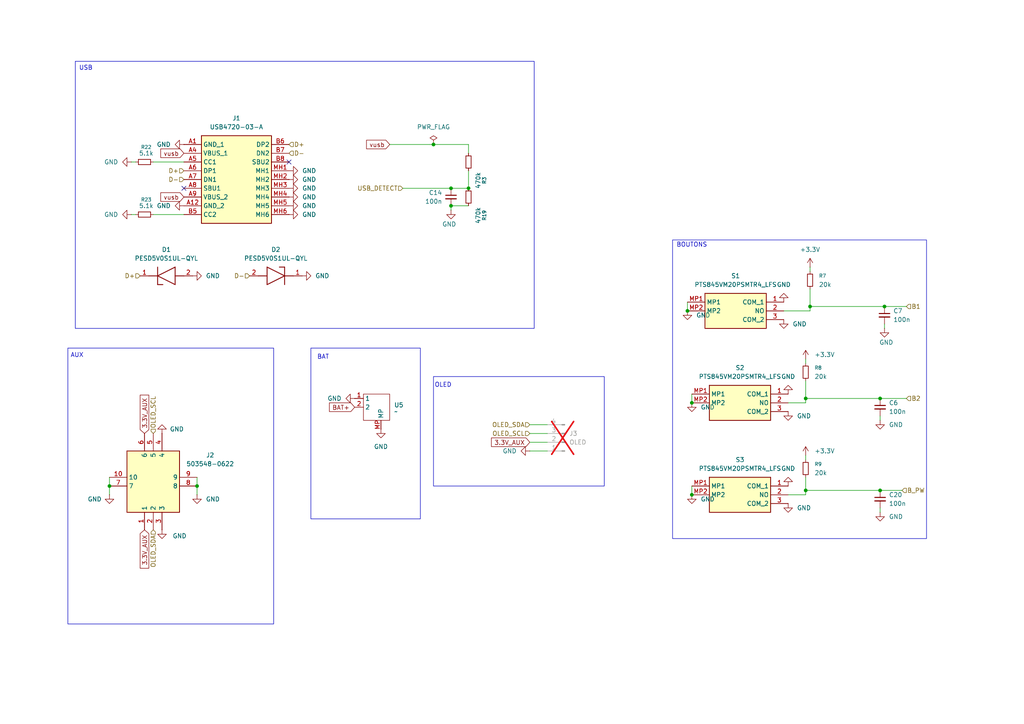
<source format=kicad_sch>
(kicad_sch (version 20250114) (generator "eeschema") (generator_version "9.0")
  (paper "A4")
  (lib_symbols
    (symbol "Connector:Conn_01x04_Pin" (pin_names (offset 1.016) (hide yes))
      (property "Reference" "J" (at 0 5.08 0))
      (property "Value" "Conn_01x04_Pin" (at 0 -7.62 0))
      (symbol "Conn_01x04_Pin_1_1"
        (rectangle (start 0.8636 2.667) (end 0 2.413) (stroke (width 0.1524)) (fill (type outline)))
        (rectangle (start 0.8636 0.127) (end 0 -0.127) (stroke (width 0.1524)) (fill (type outline)))
        (rectangle (start 0.8636 -2.413) (end 0 -2.667) (stroke (width 0.1524)) (fill (type outline)))
        (rectangle (start 0.8636 -4.953) (end 0 -5.207) (stroke (width 0.1524)) (fill (type outline)))
        (polyline (pts (xy 1.27 2.54) (xy 0.8636 2.54)) (stroke (width 0.1524)))
        (polyline (pts (xy 1.27 0) (xy 0.8636 0)) (stroke (width 0.1524)))
        (polyline (pts (xy 1.27 -2.54) (xy 0.8636 -2.54)) (stroke (width 0.1524)))
        (polyline (pts (xy 1.27 -5.08) (xy 0.8636 -5.08)) (stroke (width 0.1524)))
        (pin passive line (at 5.08 2.54 180) (length 3.81) (name "Pin_1") (number "1"))
        (pin passive line (at 5.08 0 180) (length 3.81) (name "Pin_2") (number "2"))
        (pin passive line (at 5.08 -2.54 180) (length 3.81) (name "Pin_3") (number "3"))
        (pin passive line (at 5.08 -5.08 180) (length 3.81) (name "Pin_4") (number "4"))
      )
    )
    (symbol "Device:C_Small" (pin_numbers (hide yes)) (pin_names (offset 0.254) (hide yes))
      (property "Reference" "C" (at 0.254 1.778 0))
      (property "Value" "C_Small" (at 0.254 -2.032 0))
      (symbol "C_Small_0_1"
        (polyline (pts (xy -1.524 0.508) (xy 1.524 0.508)) (stroke (width 0.3048)))
        (polyline (pts (xy -1.524 -0.508) (xy 1.524 -0.508)) (stroke (width 0.3302)))
      )
      (symbol "C_Small_1_1"
        (pin passive line (at 0 2.54 270) (length 2.032) (name "~") (number "1"))
        (pin passive line (at 0 -2.54 90) (length 2.032) (name "~") (number "2"))
      )
    )
    (symbol "R_Small_1" (pin_numbers (hide yes)) (pin_names (offset 0.254) (hide yes))
      (property "Reference" "R" (at 0 0 90))
      (property "Value" "R_Small" (at 1.778 0 90))
      (symbol "R_Small_1_0_1"
        (rectangle (start -0.762 1.778) (end 0.762 -1.778) (stroke (width 0.2032)))
      )
      (symbol "R_Small_1_1_1"
        (pin passive line (at 0 2.54 270) (length 0.762) (name "~") (number "1"))
        (pin passive line (at 0 -2.54 90) (length 0.762) (name "~") (number "2"))
      )
    )
    (symbol "fc_h7:jst_2PIN"
      (property "Reference" "U" (at 9.906 -1.524 0))
      (symbol "jst_2PIN_0_1"
        (rectangle (start 6.35 0) (end 13.97 -7.62))
      )
      (symbol "jst_2PIN_1_1"
        (pin free line (at 3.81 -1.27 0) (length 2.54) (name "1") (number "1"))
        (pin passive line (at 3.81 -3.81 0) (length 2.54) (name "2") (number "2"))
        (pin free line (at 11.43 -10.16 90) (length 2.54) (name "MP") (number "MP"))
      )
    )
    (symbol "power:+3.3V" (power) (pin_numbers (hide yes)) (pin_names (offset 0) (hide yes))
      (property "Value" "+3.3V" (at 0 3.556 0))
      (symbol "+3.3V_0_1"
        (polyline (pts (xy -0.762 1.27) (xy 0 2.54)))
        (polyline (pts (xy 0 2.54) (xy 0.762 1.27)))
        (polyline (pts (xy 0 0) (xy 0 2.54)))
      )
      (symbol "+3.3V_1_1"
        (pin power_in line (at 0 0 90) (length 0) (name "~") (number "1"))
      )
    )
    (symbol "power:GND" (power) (pin_numbers (hide yes)) (pin_names (offset 0) (hide yes))
      (property "Value" "GND" (at 0 -3.81 0))
      (symbol "GND_0_1"
        (polyline (pts (xy 0 0) (xy 0 -1.27) (xy 1.27 -1.27) (xy 0 -2.54) (xy -1.27 -1.27) (xy 0 -1.27)))
      )
      (symbol "GND_1_1"
        (pin power_in line (at 0 0 270) (length 0) (name "~") (number "1"))
      )
    )
    (symbol "power:PWR_FLAG" (power) (pin_numbers (hide yes)) (pin_names (offset 0) (hide yes))
      (property "Value" "PWR_FLAG" (at 0 3.81 0))
      (symbol "PWR_FLAG_0_0"
        (pin power_out line (at 0 0 90) (length 0) (name "~") (number "1"))
      )
      (symbol "PWR_FLAG_0_1"
        (polyline (pts (xy 0 0) (xy 0 1.27) (xy -1.016 1.905) (xy 0 2.54) (xy 1.016 1.905) (xy 0 1.27)))
      )
    )
    (symbol "pts845:PTS845VM20PSMTR4_LFS"
      (property "Reference" "S" (at 24.13 7.62 0))
      (property "Value" "PTS845VM20PSMTR4_LFS" (at 24.13 5.08 0))
      (symbol "PTS845VM20PSMTR4_LFS_1_1"
        (rectangle (start 5.08 2.54) (end 22.86 -7.62) (stroke (width 0.254)) (fill (type background)))
        (pin passive line (at 0 0 0) (length 5.08) (name "MP1") (number "MP1"))
        (pin passive line (at 0 -2.54 0) (length 5.08) (name "MP2") (number "MP2"))
        (pin passive line (at 27.94 0 180) (length 5.08) (name "COM_1") (number "1"))
        (pin passive line (at 27.94 -2.54 180) (length 5.08) (name "NO") (number "2"))
        (pin passive line (at 27.94 -5.08 180) (length 5.08) (name "COM_2") (number "3"))
      )
    )
    (symbol "samacsys2:503548-0622"
      (property "Reference" "J" (at 21.59 12.7 0))
      (property "Value" "503548-0622" (at 21.59 10.16 0))
      (symbol "503548-0622_1_1"
        (rectangle (start 5.08 7.62) (end 20.32 -10.16) (stroke (width 0.254)) (fill (type background)))
        (pin passive line (at 0 0 0) (length 5.08) (name "10") (number "10"))
        (pin passive line (at 0 -2.54 0) (length 5.08) (name "7") (number "7"))
        (pin passive line (at 10.16 12.7 270) (length 5.08) (name "6") (number "6"))
        (pin passive line (at 10.16 -15.24 90) (length 5.08) (name "1") (number "1"))
        (pin passive line (at 12.7 12.7 270) (length 5.08) (name "5") (number "5"))
        (pin passive line (at 12.7 -15.24 90) (length 5.08) (name "2") (number "2"))
        (pin passive line (at 15.24 12.7 270) (length 5.08) (name "4") (number "4"))
        (pin passive line (at 15.24 -15.24 90) (length 5.08) (name "3") (number "3"))
        (pin passive line (at 25.4 0 180) (length 5.08) (name "9") (number "9"))
        (pin passive line (at 25.4 -2.54 180) (length 5.08) (name "8") (number "8"))
      )
    )
    (symbol "samacsys2:PESD5V0S1UL-QYL" (pin_names (hide yes))
      (property "Reference" "D" (at 10.16 8.89 0))
      (property "Value" "PESD5V0S1UL-QYL" (at 10.16 6.35 0))
      (symbol "PESD5V0S1UL-QYL_1_1"
        (polyline (pts (xy 2.54 0) (xy 5.08 0)) (stroke (width 0.254)))
        (polyline (pts (xy 5.08 2.54) (xy 5.08 -2.54)) (stroke (width 0.254)))
        (polyline (pts (xy 5.08 0) (xy 10.16 2.54)) (stroke (width 0.254)))
        (polyline (pts (xy 5.08 -2.54) (xy 6.604 -2.54)) (stroke (width 0.254)))
        (polyline (pts (xy 10.16 -2.54) (xy 5.08 0)) (stroke (width 0.254)))
        (polyline (pts (xy 10.16 -2.54) (xy 10.16 2.54)) (stroke (width 0.254)))
        (polyline (pts (xy 12.7 0) (xy 10.16 0)) (stroke (width 0.254)))
        (pin passive line (at 0 0 0) (length 2.54) (name "K") (number "1"))
        (pin passive line (at 15.24 0 180) (length 2.54) (name "A") (number "2"))
      )
    )
    (symbol "samacsys2:USB4720-03-A"
      (property "Reference" "J" (at 26.67 7.62 0))
      (property "Value" "USB4720-03-A" (at 26.67 5.08 0))
      (symbol "USB4720-03-A_1_1"
        (rectangle (start 5.08 2.54) (end 25.4 -22.86) (stroke (width 0.254)) (fill (type background)))
        (pin passive line (at 0 0 0) (length 5.08) (name "GND_1") (number "A1"))
        (pin passive line (at 0 -2.54 0) (length 5.08) (name "VBUS_1") (number "A4"))
        (pin passive line (at 0 -5.08 0) (length 5.08) (name "CC1") (number "A5"))
        (pin passive line (at 0 -7.62 0) (length 5.08) (name "DP1") (number "A6"))
        (pin passive line (at 0 -10.16 0) (length 5.08) (name "DN1") (number "A7"))
        (pin passive line (at 0 -12.7 0) (length 5.08) (name "SBU1") (number "A8"))
        (pin passive line (at 0 -15.24 0) (length 5.08) (name "VBUS_2") (number "A9"))
        (pin passive line (at 0 -17.78 0) (length 5.08) (name "GND_2") (number "A12"))
        (pin passive line (at 0 -20.32 0) (length 5.08) (name "CC2") (number "B5"))
        (pin passive line (at 30.48 0 180) (length 5.08) (name "DP2") (number "B6"))
        (pin passive line (at 30.48 -2.54 180) (length 5.08) (name "DN2") (number "B7"))
        (pin passive line (at 30.48 -5.08 180) (length 5.08) (name "SBU2") (number "B8"))
        (pin passive line (at 30.48 -7.62 180) (length 5.08) (name "MH1") (number "MH1"))
        (pin passive line (at 30.48 -10.16 180) (length 5.08) (name "MH2") (number "MH2"))
        (pin passive line (at 30.48 -12.7 180) (length 5.08) (name "MH3") (number "MH3"))
        (pin passive line (at 30.48 -15.24 180) (length 5.08) (name "MH4") (number "MH4"))
        (pin passive line (at 30.48 -17.78 180) (length 5.08) (name "MH5") (number "MH5"))
        (pin passive line (at 30.48 -20.32 180) (length 5.08) (name "MH6") (number "MH6"))
      )
    )
  )
  (rectangle (start 19.685 100.965) (end 79.375 180.975))
  (rectangle (start 195.072 69.596) (end 268.732 156.21))
  (rectangle (start 125.73 109.22) (end 175.26 140.97))
  (rectangle (start 21.844 17.78) (end 154.94 95.25))
  (rectangle (start 90.17 100.965) (end 121.92 150.495))
  (text "AUX\n" (at 22.352 103.124 0) (effects (font (size 1.27 1.27))))
  (text "BOUTONS" (at 200.66 71.12 0) (effects (font (size 1.27 1.27))))
  (text "USB" (at 24.892 19.812 0) (effects (font (size 1.27 1.27))))
  (text "OLED" (at 128.524 111.76 0) (effects (font (size 1.27 1.27))))
  (text "BAT\n" (at 93.726 103.632 0) (effects (font (size 1.27 1.27))))
  (junction (at 199.39 90.17))
  (junction (at 135.89 54.61))
  (junction (at 234.95 88.9))
  (junction (at 200.66 116.84))
  (junction (at 255.27 142.24))
  (junction (at 130.81 54.61))
  (junction (at 57.15 140.97))
  (junction (at 200.66 143.51))
  (junction (at 255.27 115.57))
  (junction (at 130.81 59.69))
  (junction (at 256.54 88.9))
  (junction (at 31.75 140.97))
  (junction (at 125.73 41.91))
  (junction (at 233.68 142.24))
  (junction (at 233.68 115.57))
  (no_connect (at 53.34 54.61))
  (no_connect (at 83.82 46.99))
  (wire (pts (xy 153.67 123.19) (xy 158.75 123.19)))
  (wire (pts (xy 256.54 93.98) (xy 256.54 95.25)))
  (wire (pts (xy 255.27 115.57) (xy 262.89 115.57)))
  (wire (pts (xy 234.95 78.74) (xy 234.95 77.47)))
  (wire (pts (xy 153.67 125.73) (xy 158.75 125.73)))
  (wire (pts (xy 125.73 41.91) (xy 113.03 41.91)))
  (wire (pts (xy 199.39 87.63) (xy 199.39 90.17)))
  (wire (pts (xy 234.95 88.9) (xy 256.54 88.9)))
  (wire (pts (xy 57.15 140.97) (xy 57.15 143.51)))
  (wire (pts (xy 44.45 62.23) (xy 53.34 62.23)))
  (wire (pts (xy 255.27 142.24) (xy 261.62 142.24)))
  (wire (pts (xy 130.81 54.61) (xy 116.84 54.61)))
  (wire (pts (xy 39.37 46.99) (xy 38.1 46.99)))
  (wire (pts (xy 233.68 138.43) (xy 233.68 142.24)))
  (wire (pts (xy 233.68 115.57) (xy 233.68 116.84)))
  (wire (pts (xy 233.68 110.49) (xy 233.68 115.57)))
  (wire (pts (xy 135.89 49.53) (xy 135.89 54.61)))
  (wire (pts (xy 200.66 114.3) (xy 200.66 116.84)))
  (wire (pts (xy 135.89 59.69) (xy 130.81 59.69)))
  (wire (pts (xy 233.68 142.24) (xy 233.68 143.51)))
  (wire (pts (xy 255.27 120.65) (xy 255.27 121.92)))
  (wire (pts (xy 255.27 147.32) (xy 255.27 148.59)))
  (wire (pts (xy 234.95 83.82) (xy 234.95 88.9)))
  (wire (pts (xy 233.68 105.41) (xy 233.68 104.14)))
  (wire (pts (xy 130.81 59.69) (xy 130.81 60.96)))
  (wire (pts (xy 234.95 90.17) (xy 234.95 88.9)))
  (wire (pts (xy 57.15 138.43) (xy 57.15 140.97)))
  (wire (pts (xy 153.67 130.81) (xy 158.75 130.81)))
  (wire (pts (xy 233.68 133.35) (xy 233.68 132.08)))
  (wire (pts (xy 153.67 128.27) (xy 158.75 128.27)))
  (wire (pts (xy 228.6 143.51) (xy 233.68 143.51)))
  (wire (pts (xy 256.54 88.9) (xy 262.89 88.9)))
  (wire (pts (xy 200.66 140.97) (xy 200.66 143.51)))
  (wire (pts (xy 44.45 46.99) (xy 53.34 46.99)))
  (wire (pts (xy 233.68 115.57) (xy 255.27 115.57)))
  (wire (pts (xy 31.75 143.51) (xy 31.75 140.97)))
  (wire (pts (xy 135.89 54.61) (xy 130.81 54.61)))
  (wire (pts (xy 39.37 62.23) (xy 38.1 62.23)))
  (wire (pts (xy 135.89 41.91) (xy 125.73 41.91)))
  (wire (pts (xy 233.68 142.24) (xy 255.27 142.24)))
  (wire (pts (xy 227.33 90.17) (xy 234.95 90.17)))
  (wire (pts (xy 228.6 116.84) (xy 233.68 116.84)))
  (wire (pts (xy 135.89 44.45) (xy 135.89 41.91)))
  (wire (pts (xy 31.75 140.97) (xy 31.75 138.43)))
  (global_label "3.3V_AUX" (shape input) (at 41.91 153.67 270) (property "Intersheetrefs" "${INTERSHEET_REFS}" (effects (hide yes))))
  (global_label "vusb" (shape input) (at 53.34 57.15 180) (property "Intersheetrefs" "${INTERSHEET_REFS}" (effects (hide yes))))
  (global_label "vusb" (shape input) (at 113.03 41.91 180) (property "Intersheetrefs" "${INTERSHEET_REFS}" (effects (hide yes))))
  (global_label "3.3V_AUX" (shape input) (at 41.91 125.73 90) (property "Intersheetrefs" "${INTERSHEET_REFS}" (effects (hide yes))))
  (global_label "BAT+" (shape input) (at 102.87 118.11 180) (property "Intersheetrefs" "${INTERSHEET_REFS}" (effects (hide yes))))
  (global_label "vusb" (shape input) (at 53.34 44.45 180) (property "Intersheetrefs" "${INTERSHEET_REFS}" (effects (hide yes))))
  (global_label "3.3V_AUX" (shape input) (at 153.67 128.27 180) (property "Intersheetrefs" "${INTERSHEET_REFS}" (effects (hide yes))))
  (hierarchical_label "B_PW" (shape input) (at 261.62 142.24 0))
  (hierarchical_label "OLED_SDA" (shape input) (at 44.45 153.67 270))
  (hierarchical_label "OLED_SCL" (shape input) (at 44.45 125.73 90))
  (hierarchical_label "D-" (shape input) (at 83.82 44.45 0))
  (hierarchical_label "D+" (shape input) (at 40.64 80.01 180))
  (hierarchical_label "B1" (shape input) (at 262.89 88.9 0))
  (hierarchical_label "D+" (shape input) (at 83.82 41.91 0))
  (hierarchical_label "B2" (shape input) (at 262.89 115.57 0))
  (hierarchical_label "D-" (shape input) (at 72.39 80.01 180))
  (hierarchical_label "D-" (shape input) (at 53.34 52.07 180))
  (hierarchical_label "USB_DETECT" (shape input) (at 116.84 54.61 180))
  (hierarchical_label "D+" (shape input) (at 53.34 49.53 180))
  (hierarchical_label "OLED_SDA" (shape input) (at 153.67 123.19 180))
  (hierarchical_label "OLED_SCL" (shape input) (at 153.67 125.73 180))
  (symbol (lib_id "power:GND") (at 83.82 57.15 90) (mirror x) (unit 1)
    (property "Reference" "#PWR051" (effects (hide yes)))
    (property "Value" "GND" (at 87.63 57.1499 90) (effects (justify right)))
    (property "Description" "Power symbol creates a global label with name \"GND\" , ground" (effects (hide yes)))
  )
  (symbol (lib_id "pts845:PTS845VM20PSMTR4_LFS") (at 200.66 114.3 0) (unit 1)
    (property "Reference" "S2" (at 214.63 106.68 0))
    (property "Value" "PTS845VM20PSMTR4_LFS" (at 214.63 109.22 0))
    (property "Footprint" "samacsys:PTS845VM20PSMTR4LFS" (effects (hide yes)))
    (property "Datasheet" "https://www.ckswitches.com/media/3009/pts845.pdf" (effects (hide yes)))
    (property "Description" "Tactile Switches 50mA 12VDC, 80gf, Grey Actuator" (effects (hide yes)))
    (property "Height" "3.3" (effects (hide yes)))
    (property "Manufacturer_Name" "C & K COMPONENTS" (effects (hide yes)))
    (property "Manufacturer_Part_Number" "PTS845VM20PSMTR4 LFS" (effects (hide yes)))
    (property "Mouser Part Number" "611-PTS845VM20PSMTR4" (effects (hide yes)))
    (property "Mouser Price/Stock" "https://www.mouser.co.uk/ProductDetail/CK/PTS845VM20PSMTR4-LFS?qs=81r%252BiQLm7BQxQDX8di0zbw%3D%3D" (effects (hide yes)))
    (property "Arrow Part Number" "PTS845VM20PSMTR4 LFS" (effects (hide yes)))
    (property "Arrow Price/Stock" "https://www.arrow.com/en/products/pts845vm20psmtr4lfs/ck?region=nac" (effects (hide yes)))
  )
  (symbol (lib_id "power:GND") (at 227.33 92.71 0) (unit 1)
    (property "Reference" "#PWR058" (effects (hide yes)))
    (property "Value" "GND" (at 229.87 93.9799 0) (effects (justify left)))
    (property "Description" "Power symbol creates a global label with name \"GND\" , ground" (effects (hide yes)))
  )
  (symbol (lib_id "power:GND") (at 53.34 59.69 270) (unit 1)
    (property "Reference" "#PWR043" (effects (hide yes)))
    (property "Value" "GND" (at 49.53 59.6899 90) (effects (justify right)))
    (property "Description" "Power symbol creates a global label with name \"GND\" , ground" (effects (hide yes)))
  )
  (symbol (lib_name "R_Small_1") (lib_id "Device:R_Small") (at 135.89 46.99 0) (mirror x) (unit 1)
    (property "Reference" "R3" (at 140.462 52.324 90) (effects (font (size 1.016 1.016))))
    (property "Value" "470k" (at 138.684 52.324 90))
    (property "Footprint" "Resistor_SMD:R_0201_0603Metric_Pad0.64x0.40mm_HandSolder" (effects (hide yes)))
    (property "Description" "Resistor, small symbol" (effects (hide yes)))
    (property "Mouser Part Number" "603-AC0201FR-07470KL" (effects (hide yes)))
    (property "Mouser Price/Stock" "https://www.mouser.fr/ProductDetail/YAGEO/AC0201FR-07470KL?qs=NgbZBzc1CyH0J6cte9SzFw%3D%3D" (effects (hide yes)))
  )
  (symbol (lib_id "power:GND") (at 200.66 143.51 0) (unit 1)
    (property "Reference" "#PWR07" (effects (hide yes)))
    (property "Value" "GND" (at 203.2 144.7799 0) (effects (justify left)))
    (property "Description" "Power symbol creates a global label with name \"GND\" , ground" (effects (hide yes)))
  )
  (symbol (lib_name "R_Small_1") (lib_id "Device:R_Small") (at 233.68 107.95 180) (unit 1)
    (property "Reference" "R8" (at 236.22 106.6799 0) (effects (font (size 1.016 1.016)) (justify right)))
    (property "Value" "20k" (at 236.22 109.2199 0) (effects (justify right)))
    (property "Footprint" "Resistor_SMD:R_0201_0603Metric_Pad0.64x0.40mm_HandSolder" (effects (hide yes)))
    (property "Description" "Resistor, small symbol" (effects (hide yes)))
    (property "Mouser Part Number" "603-AC0201FR-0720KL" (effects (hide yes)))
    (property "Mouser Price/Stock" "https://www.mouser.fr/ProductDetail/YAGEO/AC0201FR-0720KL?qs=NgbZBzc1CyEbaKDOC3%252BFfg%3D%3D" (effects (hide yes)))
  )
  (symbol (lib_id "Device:C_Small") (at 256.54 91.44 0) (unit 1)
    (property "Reference" "C7" (at 259.08 90.1762 0) (effects (justify left)))
    (property "Value" "100n" (at 259.08 92.7162 0) (effects (justify left)))
    (property "Footprint" "Capacitor_SMD:C_0201_0603Metric_Pad0.64x0.40mm_HandSolder" (effects (hide yes)))
    (property "Description" "Unpolarized capacitor, small symbol" (effects (hide yes)))
  )
  (symbol (lib_name "R_Small_1") (lib_id "Device:R_Small") (at 233.68 135.89 180) (unit 1)
    (property "Reference" "R9" (at 236.22 134.6199 0) (effects (font (size 1.016 1.016)) (justify right)))
    (property "Value" "20k" (at 236.22 137.1599 0) (effects (justify right)))
    (property "Footprint" "Resistor_SMD:R_0201_0603Metric_Pad0.64x0.40mm_HandSolder" (effects (hide yes)))
    (property "Description" "Resistor, small symbol" (effects (hide yes)))
    (property "Mouser Part Number" "603-AC0201FR-0720KL" (effects (hide yes)))
    (property "Mouser Price/Stock" "https://www.mouser.fr/ProductDetail/YAGEO/AC0201FR-0720KL?qs=NgbZBzc1CyEbaKDOC3%252BFfg%3D%3D" (effects (hide yes)))
  )
  (symbol (lib_id "power:GND") (at 83.82 52.07 90) (mirror x) (unit 1)
    (property "Reference" "#PWR045" (effects (hide yes)))
    (property "Value" "GND" (at 87.63 52.0699 90) (effects (justify right)))
    (property "Description" "Power symbol creates a global label with name \"GND\" , ground" (effects (hide yes)))
  )
  (symbol (lib_id "Device:C_Small") (at 130.81 57.15 0) (mirror y) (unit 1)
    (property "Reference" "C14" (at 128.27 55.8862 0) (effects (justify left)))
    (property "Value" "100n" (at 128.27 58.4262 0) (effects (justify left)))
    (property "Footprint" "Capacitor_SMD:C_0201_0603Metric_Pad0.64x0.40mm_HandSolder" (effects (hide yes)))
    (property "Description" "Unpolarized capacitor, small symbol" (effects (hide yes)))
  )
  (symbol (lib_id "samacsys2:USB4720-03-A") (at 53.34 41.91 0) (unit 1)
    (property "Reference" "J1" (at 68.58 34.29 0))
    (property "Value" "USB4720-03-A" (at 68.58 36.83 0))
    (property "Footprint" "samacsys2:USB472003A" (effects (hide yes)))
    (property "Datasheet" "https://www.gct.co/files/drawings/USB4720.pdf" (effects (hide yes)))
    (property "Description" "USB Connectors USB2.0 TypeC Recpt., 3u Gold, 16P Horz Mid Mount SMT, 1.13mm O-set, IP67" (effects (hide yes)))
    (property "Height" "3.9" (effects (hide yes)))
    (property "Manufacturer_Name" "GCT (GLOBAL CONNECTOR TECHNOLOGY)" (effects (hide yes)))
    (property "Manufacturer_Part_Number" "USB4720-03-A" (effects (hide yes)))
    (property "Mouser Part Number" "640-USB472003A" (effects (hide yes)))
    (property "Mouser Price/Stock" "https://www.mouser.co.uk/ProductDetail/GCT/USB4720-03-A?qs=Z%252BL2brAPG1IK%252BbxHmYg8zQ%3D%3D" (effects (hide yes)))
  )
  (symbol (lib_id "power:GND") (at 87.63 80.01 90) (mirror x) (unit 1)
    (property "Reference" "#PWR021" (effects (hide yes)))
    (property "Value" "GND" (at 91.44 80.0099 90) (effects (justify right)))
    (property "Description" "Power symbol creates a global label with name \"GND\" , ground" (effects (hide yes)))
  )
  (symbol (lib_id "power:+3.3V") (at 233.68 132.08 0) (unit 1)
    (property "Reference" "#PWR049" (effects (hide yes)))
    (property "Value" "+3.3V" (at 236.22 130.8099 0) (effects (justify left)))
    (property "Description" "Power symbol creates a global label with name \"+3.3V\"" (effects (hide yes)))
  )
  (symbol (lib_id "power:GND") (at 228.6 146.05 0) (unit 1)
    (property "Reference" "#PWR010" (effects (hide yes)))
    (property "Value" "GND" (at 231.14 147.3199 0) (effects (justify left)))
    (property "Description" "Power symbol creates a global label with name \"GND\" , ground" (effects (hide yes)))
  )
  (symbol (lib_id "power:GND") (at 227.33 87.63 180) (unit 1)
    (property "Reference" "#PWR059" (effects (hide yes)))
    (property "Value" "GND" (at 227.33 82.55 0))
    (property "Description" "Power symbol creates a global label with name \"GND\" , ground" (effects (hide yes)))
  )
  (symbol (lib_id "power:GND") (at 255.27 148.59 0) (unit 1)
    (property "Reference" "#PWR050" (effects (hide yes)))
    (property "Value" "GND" (at 257.81 149.8599 0) (effects (justify left)))
    (property "Description" "Power symbol creates a global label with name \"GND\" , ground" (effects (hide yes)))
  )
  (symbol (lib_name "R_Small_1") (lib_id "Device:R_Small") (at 234.95 81.28 180) (unit 1)
    (property "Reference" "R7" (at 237.49 80.0099 0) (effects (font (size 1.016 1.016)) (justify right)))
    (property "Value" "20k" (at 237.49 82.5499 0) (effects (justify right)))
    (property "Footprint" "Resistor_SMD:R_0201_0603Metric_Pad0.64x0.40mm_HandSolder" (effects (hide yes)))
    (property "Description" "Resistor, small symbol" (effects (hide yes)))
    (property "Mouser Part Number" "603-AC0201FR-0720KL" (effects (hide yes)))
    (property "Mouser Price/Stock" "https://www.mouser.fr/ProductDetail/YAGEO/AC0201FR-0720KL?qs=NgbZBzc1CyEbaKDOC3%252BFfg%3D%3D" (effects (hide yes)))
  )
  (symbol (lib_name "R_Small_1") (lib_id "Device:R_Small") (at 41.91 46.99 270) (mirror x) (unit 1)
    (property "Reference" "R22" (at 42.418 42.672 90) (effects (font (size 1.016 1.016))))
    (property "Value" "5.1k" (at 42.418 44.45 90))
    (property "Footprint" "Resistor_SMD:R_0201_0603Metric_Pad0.64x0.40mm_HandSolder" (effects (hide yes)))
    (property "Description" "Resistor, small symbol" (effects (hide yes)))
    (property "Mouser Part Number" "603-AF0201FR-075K1L" (effects (hide yes)))
    (property "Mouser Price/Stock" "https://www.mouser.fr/ProductDetail/YAGEO/AF0201FR-075K1L?qs=tggtontpCXOBTGA3imPYYA%3D%3D" (effects (hide yes)))
  )
  (symbol (lib_id "power:GND") (at 199.39 90.17 0) (unit 1)
    (property "Reference" "#PWR060" (effects (hide yes)))
    (property "Value" "GND" (at 201.93 91.4399 0) (effects (justify left)))
    (property "Description" "Power symbol creates a global label with name \"GND\" , ground" (effects (hide yes)))
  )
  (symbol (lib_id "power:+3.3V") (at 234.95 77.47 0) (unit 1)
    (property "Reference" "#PWR013" (effects (hide yes)))
    (property "Value" "+3.3V" (at 234.95 72.39 0))
    (property "Description" "Power symbol creates a global label with name \"+3.3V\"" (effects (hide yes)))
  )
  (symbol (lib_id "power:GND") (at 83.82 59.69 90) (mirror x) (unit 1)
    (property "Reference" "#PWR052" (effects (hide yes)))
    (property "Value" "GND" (at 87.63 59.6899 90) (effects (justify right)))
    (property "Description" "Power symbol creates a global label with name \"GND\" , ground" (effects (hide yes)))
  )
  (symbol (lib_id "samacsys2:PESD5V0S1UL-QYL") (at 87.63 80.01 180) (unit 1)
    (property "Reference" "D2" (at 80.01 72.39 0))
    (property "Value" "PESD5V0S1UL-QYL" (at 80.01 74.93 0))
    (property "Footprint" "samacsys2:PESD5V0S1ULQYL" (effects (hide yes)))
    (property "Datasheet" "https://www.digikey.com/en/products/detail/nexperia-usa-inc/PESD5V0S1UL-QYL/17748204?msockid=3bdc366bbe0663d83c1223c0bf3662a6" (effects (hide yes)))
    (property "Description" "20V Clamp 15A (8/20s) Ipp Tvs Diode Surface Mount DFN1006-2" (effects (hide yes)))
    (property "Height" "0.5" (effects (hide yes)))
    (property "Manufacturer_Name" "Nexperia" (effects (hide yes)))
    (property "Manufacturer_Part_Number" "PESD5V0S1UL-QYL" (effects (hide yes)))
    (property "Mouser Part Number" "771-PESD5V0S1UL-QYL" (effects (hide yes)))
    (property "Mouser Price/Stock" "https://www.mouser.co.uk/ProductDetail/Nexperia/PESD5V0S1UL-QYL?qs=rQFj71Wb1eWaKKPWHDNuZA%3D%3D" (effects (hide yes)))
    (property "Arrow Part Number" "PESD5V0S1UL-QYL" (effects (hide yes)))
    (property "Arrow Price/Stock" "https://www.arrow.com/en/products/pesd5v0s1ul-qyl/nexperia?utm_currency=USD&region=nac" (effects (hide yes)))
  )
  (symbol (lib_id "Device:C_Small") (at 255.27 144.78 0) (unit 1)
    (property "Reference" "C20" (at 257.81 143.5162 0) (effects (justify left)))
    (property "Value" "100n" (at 257.81 146.0562 0) (effects (justify left)))
    (property "Footprint" "Capacitor_SMD:C_0201_0603Metric_Pad0.64x0.40mm_HandSolder" (effects (hide yes)))
    (property "Description" "Unpolarized capacitor, small symbol" (effects (hide yes)))
  )
  (symbol (lib_id "power:GND") (at 228.6 114.3 180) (unit 1)
    (property "Reference" "#PWR057" (effects (hide yes)))
    (property "Value" "GND" (at 228.6 109.22 0))
    (property "Description" "Power symbol creates a global label with name \"GND\" , ground" (effects (hide yes)))
  )
  (symbol (lib_id "power:PWR_FLAG") (at 125.73 41.91 0) (unit 1)
    (property "Reference" "#FLG04" (effects (hide yes)))
    (property "Value" "PWR_FLAG" (at 125.73 36.83 0))
    (property "Description" "Special symbol for telling ERC where power comes from" (effects (hide yes)))
  )
  (symbol (lib_id "power:GND") (at 228.6 119.38 0) (unit 1)
    (property "Reference" "#PWR055" (effects (hide yes)))
    (property "Value" "GND" (at 231.14 120.6499 0) (effects (justify left)))
    (property "Description" "Power symbol creates a global label with name \"GND\" , ground" (effects (hide yes)))
  )
  (symbol (lib_id "samacsys2:PESD5V0S1UL-QYL") (at 40.64 80.01 0) (unit 1)
    (property "Reference" "D1" (at 48.26 72.39 0))
    (property "Value" "PESD5V0S1UL-QYL" (at 48.26 74.93 0))
    (property "Footprint" "samacsys2:PESD5V0S1ULQYL" (effects (hide yes)))
    (property "Datasheet" "https://www.digikey.com/en/products/detail/nexperia-usa-inc/PESD5V0S1UL-QYL/17748204?msockid=3bdc366bbe0663d83c1223c0bf3662a6" (effects (hide yes)))
    (property "Description" "20V Clamp 15A (8/20s) Ipp Tvs Diode Surface Mount DFN1006-2" (effects (hide yes)))
    (property "Height" "0.5" (effects (hide yes)))
    (property "Manufacturer_Name" "Nexperia" (effects (hide yes)))
    (property "Manufacturer_Part_Number" "PESD5V0S1UL-QYL" (effects (hide yes)))
    (property "Mouser Part Number" "771-PESD5V0S1UL-QYL" (effects (hide yes)))
    (property "Mouser Price/Stock" "https://www.mouser.co.uk/ProductDetail/Nexperia/PESD5V0S1UL-QYL?qs=rQFj71Wb1eWaKKPWHDNuZA%3D%3D" (effects (hide yes)))
    (property "Arrow Part Number" "PESD5V0S1UL-QYL" (effects (hide yes)))
    (property "Arrow Price/Stock" "https://www.arrow.com/en/products/pesd5v0s1ul-qyl/nexperia?utm_currency=USD&region=nac" (effects (hide yes)))
  )
  (symbol (lib_id "power:GND") (at 256.54 95.25 0) (unit 1)
    (property "Reference" "#PWR012" (effects (hide yes)))
    (property "Value" "GND" (at 255.016 99.314 0) (effects (justify left)))
    (property "Description" "Power symbol creates a global label with name \"GND\" , ground" (effects (hide yes)))
  )
  (symbol (lib_id "pts845:PTS845VM20PSMTR4_LFS") (at 199.39 87.63 0) (unit 1)
    (property "Reference" "S1" (at 213.36 80.01 0))
    (property "Value" "PTS845VM20PSMTR4_LFS" (at 213.36 82.55 0))
    (property "Footprint" "samacsys:PTS845VM20PSMTR4LFS" (effects (hide yes)))
    (property "Datasheet" "https://www.ckswitches.com/media/3009/pts845.pdf" (effects (hide yes)))
    (property "Description" "Tactile Switches 50mA 12VDC, 80gf, Grey Actuator" (effects (hide yes)))
    (property "Height" "3.3" (effects (hide yes)))
    (property "Manufacturer_Name" "C & K COMPONENTS" (effects (hide yes)))
    (property "Manufacturer_Part_Number" "PTS845VM20PSMTR4 LFS" (effects (hide yes)))
    (property "Mouser Part Number" "611-PTS845VM20PSMTR4" (effects (hide yes)))
    (property "Mouser Price/Stock" "https://www.mouser.co.uk/ProductDetail/CK/PTS845VM20PSMTR4-LFS?qs=81r%252BiQLm7BQxQDX8di0zbw%3D%3D" (effects (hide yes)))
    (property "Arrow Part Number" "PTS845VM20PSMTR4 LFS" (effects (hide yes)))
    (property "Arrow Price/Stock" "https://www.arrow.com/en/products/pts845vm20psmtr4lfs/ck?region=nac" (effects (hide yes)))
  )
  (symbol (lib_id "power:GND") (at 57.15 143.51 0) (unit 1)
    (property "Reference" "#PWR036" (effects (hide yes)))
    (property "Value" "GND" (at 59.69 144.7799 0) (effects (justify left)))
    (property "Description" "Power symbol creates a global label with name \"GND\" , ground" (effects (hide yes)))
  )
  (symbol (lib_id "power:GND") (at 200.66 116.84 0) (unit 1)
    (property "Reference" "#PWR056" (effects (hide yes)))
    (property "Value" "GND" (at 203.2 118.1099 0) (effects (justify left)))
    (property "Description" "Power symbol creates a global label with name \"GND\" , ground" (effects (hide yes)))
  )
  (symbol (lib_name "R_Small_1") (lib_id "Device:R_Small") (at 135.89 57.15 0) (mirror x) (unit 1)
    (property "Reference" "R19" (at 140.462 62.484 90) (effects (font (size 1.016 1.016))))
    (property "Value" "470k" (at 138.684 62.484 90))
    (property "Footprint" "Resistor_SMD:R_0201_0603Metric_Pad0.64x0.40mm_HandSolder" (effects (hide yes)))
    (property "Description" "Resistor, small symbol" (effects (hide yes)))
    (property "Mouser Part Number" "603-AC0201FR-07470KL" (effects (hide yes)))
    (property "Mouser Price/Stock" "https://www.mouser.fr/ProductDetail/YAGEO/AC0201FR-07470KL?qs=NgbZBzc1CyH0J6cte9SzFw%3D%3D" (effects (hide yes)))
  )
  (symbol (lib_id "pts845:PTS845VM20PSMTR4_LFS") (at 200.66 140.97 0) (unit 1)
    (property "Reference" "S3" (at 214.63 133.35 0))
    (property "Value" "PTS845VM20PSMTR4_LFS" (at 214.63 135.89 0))
    (property "Footprint" "samacsys2:PTS845VM20PSMTR4LFS" (effects (hide yes)))
    (property "Datasheet" "https://www.ckswitches.com/media/3009/pts845.pdf" (effects (hide yes)))
    (property "Description" "Tactile Switches 50mA 12VDC, 80gf, Grey Actuator" (effects (hide yes)))
    (property "Height" "3.3" (effects (hide yes)))
    (property "Manufacturer_Name" "C & K COMPONENTS" (effects (hide yes)))
    (property "Manufacturer_Part_Number" "PTS845VM20PSMTR4 LFS" (effects (hide yes)))
    (property "Mouser Part Number" "611-PTS845VM20PSMTR4" (effects (hide yes)))
    (property "Mouser Price/Stock" "https://www.mouser.co.uk/ProductDetail/CK/PTS845VM20PSMTR4-LFS?qs=81r%252BiQLm7BQxQDX8di0zbw%3D%3D" (effects (hide yes)))
    (property "Arrow Part Number" "PTS845VM20PSMTR4 LFS" (effects (hide yes)))
    (property "Arrow Price/Stock" "https://www.arrow.com/en/products/pts845vm20psmtr4lfs/ck?region=nac" (effects (hide yes)))
  )
  (symbol (lib_id "power:GND") (at 130.81 60.96 0) (mirror y) (unit 1)
    (property "Reference" "#PWR048" (effects (hide yes)))
    (property "Value" "GND" (at 132.334 65.024 0) (effects (justify left)))
    (property "Description" "Power symbol creates a global label with name \"GND\" , ground" (effects (hide yes)))
  )
  (symbol (lib_id "power:GND") (at 53.34 41.91 270) (unit 1)
    (property "Reference" "#PWR042" (effects (hide yes)))
    (property "Value" "GND" (at 49.53 41.9099 90) (effects (justify right)))
    (property "Description" "Power symbol creates a global label with name \"GND\" , ground" (effects (hide yes)))
  )
  (symbol (lib_id "power:GND") (at 31.75 143.51 0) (unit 1)
    (property "Reference" "#PWR065" (effects (hide yes)))
    (property "Value" "GND" (at 25.4 144.78 0) (effects (justify left)))
    (property "Description" "Power symbol creates a global label with name \"GND\" , ground" (effects (hide yes)))
  )
  (symbol (lib_name "R_Small_1") (lib_id "Device:R_Small") (at 41.91 62.23 270) (mirror x) (unit 1)
    (property "Reference" "R23" (at 42.418 57.912 90) (effects (font (size 1.016 1.016))))
    (property "Value" "5.1k" (at 42.418 59.69 90))
    (property "Footprint" "Resistor_SMD:R_0201_0603Metric_Pad0.64x0.40mm_HandSolder" (effects (hide yes)))
    (property "Description" "Resistor, small symbol" (effects (hide yes)))
    (property "Mouser Part Number" "603-AF0201FR-075K1L" (effects (hide yes)))
    (property "Mouser Price/Stock" "https://www.mouser.fr/ProductDetail/YAGEO/AF0201FR-075K1L?qs=tggtontpCXOBTGA3imPYYA%3D%3D" (effects (hide yes)))
  )
  (symbol (lib_id "power:GND") (at 228.6 140.97 180) (unit 1)
    (property "Reference" "#PWR09" (effects (hide yes)))
    (property "Value" "GND" (at 228.6 135.89 0))
    (property "Description" "Power symbol creates a global label with name \"GND\" , ground" (effects (hide yes)))
  )
  (symbol (lib_id "power:GND") (at 83.82 62.23 90) (mirror x) (unit 1)
    (property "Reference" "#PWR053" (effects (hide yes)))
    (property "Value" "GND" (at 87.63 62.2299 90) (effects (justify right)))
    (property "Description" "Power symbol creates a global label with name \"GND\" , ground" (effects (hide yes)))
  )
  (symbol (lib_id "power:GND") (at 83.82 54.61 90) (mirror x) (unit 1)
    (property "Reference" "#PWR046" (effects (hide yes)))
    (property "Value" "GND" (at 87.63 54.6099 90) (effects (justify right)))
    (property "Description" "Power symbol creates a global label with name \"GND\" , ground" (effects (hide yes)))
  )
  (symbol (lib_id "power:GND") (at 102.87 115.57 270) (unit 1)
    (property "Reference" "#PWR016" (effects (hide yes)))
    (property "Value" "GND" (at 99.06 115.5699 90) (effects (justify right)))
    (property "Description" "Power symbol creates a global label with name \"GND\" , ground" (effects (hide yes)))
  )
  (symbol (lib_id "power:GND") (at 83.82 49.53 90) (mirror x) (unit 1)
    (property "Reference" "#PWR044" (effects (hide yes)))
    (property "Value" "GND" (at 87.63 49.5299 90) (effects (justify right)))
    (property "Description" "Power symbol creates a global label with name \"GND\" , ground" (effects (hide yes)))
  )
  (symbol (lib_id "power:GND") (at 55.88 80.01 90) (mirror x) (unit 1)
    (property "Reference" "#PWR019" (effects (hide yes)))
    (property "Value" "GND" (at 59.69 80.0099 90) (effects (justify right)))
    (property "Description" "Power symbol creates a global label with name \"GND\" , ground" (effects (hide yes)))
  )
  (symbol (lib_id "power:GND") (at 255.27 121.92 0) (unit 1)
    (property "Reference" "#PWR015" (effects (hide yes)))
    (property "Value" "GND" (at 257.81 123.1899 0) (effects (justify left)))
    (property "Description" "Power symbol creates a global label with name \"GND\" , ground" (effects (hide yes)))
  )
  (symbol (lib_id "Device:C_Small") (at 255.27 118.11 0) (unit 1)
    (property "Reference" "C6" (at 257.81 116.8462 0) (effects (justify left)))
    (property "Value" "100n" (at 257.81 119.3862 0) (effects (justify left)))
    (property "Footprint" "Capacitor_SMD:C_0201_0603Metric_Pad0.64x0.40mm_HandSolder" (effects (hide yes)))
    (property "Description" "Unpolarized capacitor, small symbol" (effects (hide yes)))
  )
  (symbol (lib_id "power:GND") (at 110.49 124.46 0) (unit 1)
    (property "Reference" "#PWR037" (effects (hide yes)))
    (property "Value" "GND" (at 110.49 129.54 0))
    (property "Description" "Power symbol creates a global label with name \"GND\" , ground" (effects (hide yes)))
  )
  (symbol (lib_id "Connector:Conn_01x04_Pin") (at 163.83 128.27 180) (unit 1) (dnp yes)
    (property "Reference" "J3" (at 165.1 125.7299 0) (effects (justify right)))
    (property "Value" "OLED" (at 165.1 128.2699 0) (effects (justify right)))
    (property "Footprint" "Connector_PinSocket_2.54mm:PinSocket_1x04_P2.54mm_Vertical" (effects (hide yes)))
    (property "Description" "Generic connector, single row, 01x04, script generated" (effects (hide yes)))
  )
  (symbol (lib_id "fc_h7:jst_2PIN") (at 99.06 114.3 0) (unit 1)
    (property "Reference" "U5" (at 114.3 117.4749 0) (effects (justify left)))
    (property "Value" "~" (at 114.3 119.38 0) (effects (justify left)))
    (property "Footprint" "Connector_JST:JST_SH_BM02B-SRSS-TB_1x02-1MP_P1.00mm_Vertical" (effects (hide yes)))
    (property "Mouser Part Number" "306-BM02BSRSSTBLFSNP" (effects (hide yes)))
    (property "Mouser Price/Stock" "https://www.mouser.fr/ProductDetail/JST-Commercial/BM02B-SRSS-TBLFSN?qs=sGAEpiMZZMvlX3nhDDO4AFC8wiFPNfngi093wynrZHM%3D" (effects (hide yes)))
  )
  (symbol (lib_id "power:GND") (at 153.67 130.81 270) (unit 1)
    (property "Reference" "#PWR017" (effects (hide yes)))
    (property "Value" "GND" (at 149.86 130.8099 90) (effects (justify right)))
    (property "Description" "Power symbol creates a global label with name \"GND\" , ground" (effects (hide yes)))
  )
  (symbol (lib_id "power:GND") (at 38.1 46.99 270) (mirror x) (unit 1)
    (property "Reference" "#PWR063" (effects (hide yes)))
    (property "Value" "GND" (at 34.29 46.9899 90) (effects (justify right)))
    (property "Description" "Power symbol creates a global label with name \"GND\" , ground" (effects (hide yes)))
  )
  (symbol (lib_id "power:+3.3V") (at 233.68 104.14 0) (unit 1)
    (property "Reference" "#PWR014" (effects (hide yes)))
    (property "Value" "+3.3V" (at 236.22 102.8699 0) (effects (justify left)))
    (property "Description" "Power symbol creates a global label with name \"+3.3V\"" (effects (hide yes)))
  )
  (symbol (lib_id "samacsys2:503548-0622") (at 31.75 138.43 0) (unit 1)
    (property "Reference" "J2" (at 60.96 132.0098 0))
    (property "Value" "503548-0622" (at 60.96 134.5498 0))
    (property "Footprint" "samacsys2:5035480622" (effects (hide yes)))
    (property "Datasheet" "https://www.molex.com/pdm_docs/sd/5035480622_sd.pdf" (effects (hide yes)))
    (property "Description" "SlimStack Board-to-Board Connector, 0.40mm Pitch, HRF (High Retention Force) Series, Receptacle, 0.70mm Mated Height, 2.60 Mated Width, 6 Circuits" (effects (hide yes)))
    (property "Height" "0.68" (effects (hide yes)))
    (property "Manufacturer_Name" "Molex" (effects (hide yes)))
    (property "Manufacturer_Part_Number" "503548-0622" (effects (hide yes)))
    (property "Mouser Part Number" "538-503548-0622" (effects (hide yes)))
    (property "Mouser Price/Stock" "https://www.mouser.co.uk/ProductDetail/Molex/503548-0622?qs=byeeYqUIh0Mxpka6P7ttIA%3D%3D" (effects (hide yes)))
    (property "Arrow Part Number" "503548-0622" (effects (hide yes)))
    (property "Arrow Price/Stock" "https://www.arrow.com/en/products/5035480622/molex?region=nac" (effects (hide yes)))
  )
  (symbol (lib_id "power:GND") (at 46.99 153.67 0) (unit 1)
    (property "Reference" "#PWR066" (effects (hide yes)))
    (property "Value" "GND" (at 50.038 155.448 0) (effects (justify left)))
    (property "Description" "Power symbol creates a global label with name \"GND\" , ground" (effects (hide yes)))
  )
  (symbol (lib_id "power:GND") (at 38.1 62.23 270) (mirror x) (unit 1)
    (property "Reference" "#PWR064" (effects (hide yes)))
    (property "Value" "GND" (at 34.29 62.2299 90) (effects (justify right)))
    (property "Description" "Power symbol creates a global label with name \"GND\" , ground" (effects (hide yes)))
  )
  (symbol (lib_id "power:GND") (at 46.99 125.73 180) (unit 1)
    (property "Reference" "#PWR067" (effects (hide yes)))
    (property "Value" "GND" (at 53.34 124.46 0) (effects (justify left)))
    (property "Description" "Power symbol creates a global label with name \"GND\" , ground" (effects (hide yes)))
  )
)
</source>
